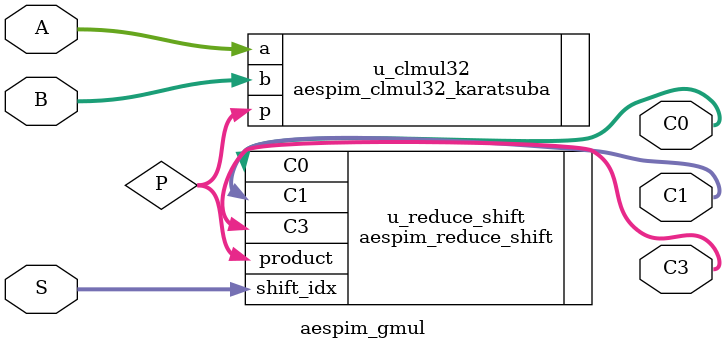
<source format=sv>
module aespim_gmul (
    input logic [31:0] A,
    input logic [31:0] B,
    input logic [1:0]  S,
    output logic [31:0] C0,
    output logic [31:0] C1,
    output logic [16:0] C3
);
    logic [63:0] P;
    aespim_clmul32_karatsuba u_clmul32 (
        .a(A),
        .b(B),
        .p(P)
    );

    // Reduction modulo x^32 + x^17 + x^15 + x^14 + 1
    aespim_reduce_shift u_reduce_shift (
        .product (P),
        .shift_idx(S),
        .C0      (C0),
        .C1      (C1),
        .C3      (C3)
    );

endmodule

</source>
